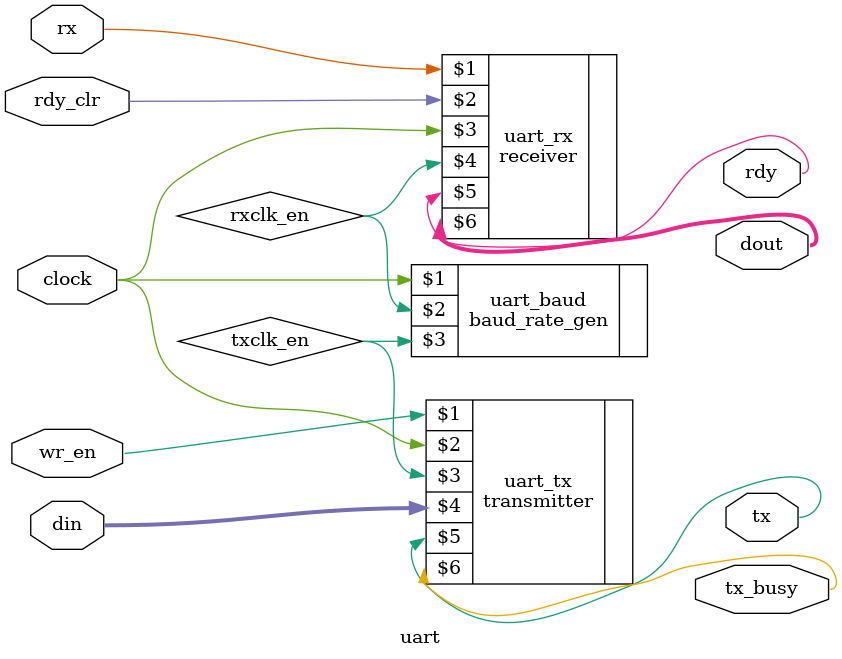
<source format=v>
module uart(input clock,
				input wire wr_en,
				input wire rx,
				input wire rdy_clr,
				input wire [7:0] din,
				output wire tx,
				output wire tx_busy,
				output wire rdy,
				output wire [7:0] dout);

	wire rxclk_en, txclk_en;
	
	baud_rate_gen uart_baud(clock,
							rxclk_en,
							txclk_en);
	
	transmitter uart_tx(	wr_en,
							clock,
							txclk_en,
							din,
							tx,
							tx_busy);
	
	receiver uart_rx(	rx,
						rdy_clr,
						clock,
						rxclk_en,
						rdy,
						dout);

endmodule
</source>
